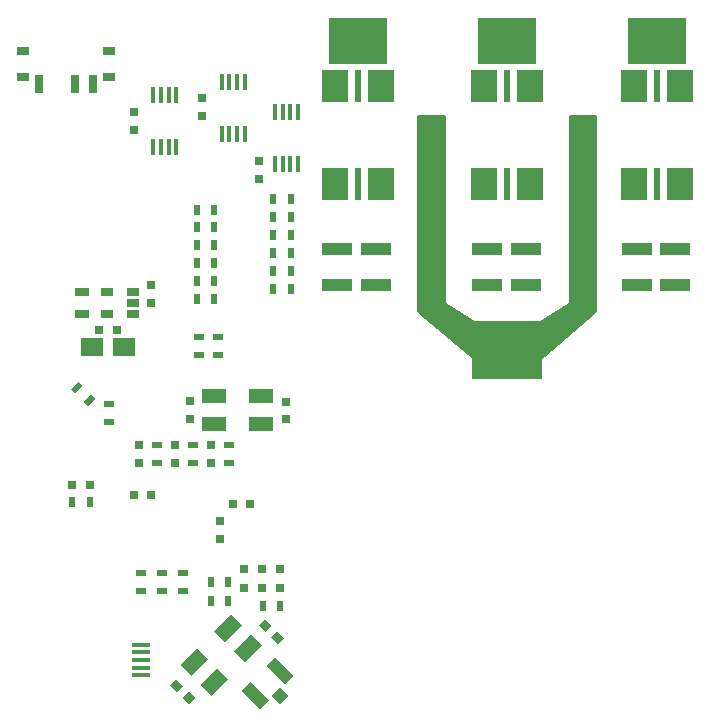
<source format=gbp>
%TF.GenerationSoftware,KiCad,Pcbnew,4.0.7*%
%TF.CreationDate,2018-05-14T12:30:51+08:00*%
%TF.ProjectId,VESC_6,564553435F362E6B696361645F706362,A*%
%TF.FileFunction,Paste,Bot*%
%FSLAX46Y46*%
G04 Gerber Fmt 4.6, Leading zero omitted, Abs format (unit mm)*
G04 Created by KiCad (PCBNEW 4.0.7) date 2018 May 14, Monday 12:30:51*
%MOMM*%
%LPD*%
G01*
G04 APERTURE LIST*
%ADD10C,0.100000*%
%ADD11R,0.750000X0.800000*%
%ADD12R,0.800000X0.750000*%
%ADD13R,2.000000X1.300000*%
%ADD14R,0.450000X1.450000*%
%ADD15R,1.300000X0.700000*%
%ADD16R,1.060000X0.650000*%
%ADD17R,0.800000X0.800000*%
%ADD18R,1.500000X0.450000*%
%ADD19R,5.000000X4.000000*%
%ADD20R,0.900000X0.500000*%
%ADD21R,0.500000X0.900000*%
%ADD22R,2.500000X1.000000*%
%ADD23R,1.950000X1.500000*%
%ADD24R,6.000000X5.000000*%
%ADD25R,0.700000X1.500000*%
%ADD26R,1.000000X0.800000*%
%ADD27R,0.600000X2.700000*%
%ADD28R,2.300000X2.700000*%
%ADD29C,0.254000*%
G04 APERTURE END LIST*
D10*
D11*
X136779000Y-69203000D03*
X136779000Y-67703000D03*
D12*
X136005000Y-96774000D03*
X134505000Y-96774000D03*
D13*
X136906000Y-89993320D03*
X132906000Y-89993320D03*
X132906000Y-87593320D03*
X136906000Y-87593320D03*
D10*
G36*
X131017571Y-111282611D02*
X130098332Y-110363372D01*
X131512545Y-108949159D01*
X132431784Y-109868398D01*
X131017571Y-111282611D01*
X131017571Y-111282611D01*
G37*
G36*
X133845998Y-108454184D02*
X132926759Y-107534945D01*
X134340972Y-106120732D01*
X135260211Y-107039971D01*
X133845998Y-108454184D01*
X133845998Y-108454184D01*
G37*
G36*
X135543055Y-110151241D02*
X134623816Y-109232002D01*
X136038029Y-107817789D01*
X136957268Y-108737028D01*
X135543055Y-110151241D01*
X135543055Y-110151241D01*
G37*
G36*
X132714628Y-112979668D02*
X131795389Y-112060429D01*
X133209602Y-110646216D01*
X134128841Y-111565455D01*
X132714628Y-112979668D01*
X132714628Y-112979668D01*
G37*
D14*
X138090000Y-63586000D03*
X138740000Y-63586000D03*
X139390000Y-63586000D03*
X140040000Y-63586000D03*
X140040000Y-67986000D03*
X139390000Y-67986000D03*
X138740000Y-67986000D03*
X138090000Y-67986000D03*
D15*
X121793000Y-78792000D03*
X121793000Y-80692000D03*
D16*
X126081000Y-78792000D03*
X126081000Y-79742000D03*
X126081000Y-80692000D03*
X123881000Y-80692000D03*
X123881000Y-78792000D03*
D17*
X138561300Y-102241700D03*
X138561300Y-103841700D03*
X137033000Y-102273200D03*
X137033000Y-103873200D03*
X135509000Y-102273200D03*
X135509000Y-103873200D03*
D14*
X135518800Y-65395200D03*
X134868800Y-65395200D03*
X134218800Y-65395200D03*
X133568800Y-65395200D03*
X133568800Y-60995200D03*
X134218800Y-60995200D03*
X134868800Y-60995200D03*
X135518800Y-60995200D03*
X129740300Y-66538200D03*
X129090300Y-66538200D03*
X128440300Y-66538200D03*
X127790300Y-66538200D03*
X127790300Y-62138200D03*
X128440300Y-62138200D03*
X129090300Y-62138200D03*
X129740300Y-62138200D03*
D18*
X126742000Y-109976000D03*
X126742000Y-110626000D03*
X126742000Y-109326000D03*
X126742000Y-111276000D03*
X126742000Y-108676000D03*
D10*
G36*
X137565191Y-113381693D02*
X136822728Y-114124156D01*
X135267093Y-112568521D01*
X136009556Y-111826058D01*
X137565191Y-113381693D01*
X137565191Y-113381693D01*
G37*
G36*
X139262246Y-113028140D02*
X138555140Y-113735246D01*
X137812678Y-112992784D01*
X138519784Y-112285678D01*
X139262246Y-113028140D01*
X139262246Y-113028140D01*
G37*
G36*
X139651156Y-111295728D02*
X138908693Y-112038191D01*
X137353058Y-110482556D01*
X138095521Y-109740093D01*
X139651156Y-111295728D01*
X139651156Y-111295728D01*
G37*
D19*
X145114500Y-57531000D03*
X157734000Y-57531000D03*
X170434000Y-57531000D03*
D12*
X122403300Y-95135700D03*
X120903300Y-95135700D03*
D11*
X138988800Y-88099200D03*
X138988800Y-89599200D03*
D12*
X127623000Y-96012000D03*
X126123000Y-96012000D03*
D11*
X133477000Y-98195000D03*
X133477000Y-99695000D03*
X130937000Y-89523000D03*
X130937000Y-88023000D03*
X127635000Y-78244000D03*
X127635000Y-79744000D03*
X132715000Y-91782200D03*
X132715000Y-93282200D03*
X129667000Y-91782200D03*
X129667000Y-93282200D03*
X131953000Y-62420500D03*
X131953000Y-63920500D03*
X126174500Y-63587500D03*
X126174500Y-65087500D03*
X126619000Y-91782200D03*
X126619000Y-93282200D03*
D10*
G36*
X131380338Y-113197008D02*
X130850008Y-113727338D01*
X130284322Y-113161652D01*
X130814652Y-112631322D01*
X131380338Y-113197008D01*
X131380338Y-113197008D01*
G37*
G36*
X130319678Y-112136348D02*
X129789348Y-112666678D01*
X129223662Y-112100992D01*
X129753992Y-111570662D01*
X130319678Y-112136348D01*
X130319678Y-112136348D01*
G37*
G36*
X136716662Y-107020992D02*
X137246992Y-106490662D01*
X137812678Y-107056348D01*
X137282348Y-107586678D01*
X136716662Y-107020992D01*
X136716662Y-107020992D01*
G37*
G36*
X137777322Y-108081652D02*
X138307652Y-107551322D01*
X138873338Y-108117008D01*
X138343008Y-108647338D01*
X137777322Y-108081652D01*
X137777322Y-108081652D01*
G37*
D12*
X123202000Y-82042000D03*
X124702000Y-82042000D03*
D20*
X130302000Y-104128000D03*
X130302000Y-102628000D03*
X128524000Y-102628000D03*
X128524000Y-104128000D03*
X126750300Y-102616000D03*
X126750300Y-104116000D03*
D21*
X122416000Y-96583500D03*
X120916000Y-96583500D03*
X137045000Y-105410000D03*
X138545000Y-105410000D03*
X132650800Y-104978200D03*
X134150800Y-104978200D03*
X132650800Y-103378000D03*
X134150800Y-103378000D03*
D20*
X133281000Y-84119000D03*
X133281000Y-82619000D03*
X131684800Y-84130200D03*
X131684800Y-82630200D03*
D21*
X131466500Y-71882000D03*
X132966500Y-71882000D03*
X131466500Y-73342500D03*
X132966500Y-73342500D03*
X131466500Y-74866500D03*
X132966500Y-74866500D03*
X131466500Y-76390500D03*
X132966500Y-76390500D03*
X131466500Y-77914500D03*
X132966500Y-77914500D03*
X131466500Y-79438500D03*
X132966500Y-79438500D03*
D20*
X124002800Y-88289700D03*
X124002800Y-89789700D03*
D10*
G36*
X122881805Y-87828409D02*
X122245409Y-88464805D01*
X121891855Y-88111251D01*
X122528251Y-87474855D01*
X122881805Y-87828409D01*
X122881805Y-87828409D01*
G37*
G36*
X121821145Y-86767749D02*
X121184749Y-87404145D01*
X120831195Y-87050591D01*
X121467591Y-86414195D01*
X121821145Y-86767749D01*
X121821145Y-86767749D01*
G37*
D22*
X143383000Y-78208000D03*
X143383000Y-75208000D03*
X146685000Y-78208000D03*
X146685000Y-75208000D03*
X159385000Y-78208000D03*
X159385000Y-75208000D03*
X156083000Y-78208000D03*
X156083000Y-75208000D03*
X168783000Y-78208000D03*
X168783000Y-75208000D03*
X171958000Y-78208000D03*
X171958000Y-75208000D03*
D23*
X122599000Y-83439000D03*
X125349000Y-83439000D03*
D21*
X139422000Y-70929500D03*
X137922000Y-70929500D03*
X139421300Y-72466200D03*
X137921300Y-72466200D03*
X139434000Y-73977500D03*
X137934000Y-73977500D03*
X139434000Y-75501500D03*
X137934000Y-75501500D03*
X139434000Y-77025500D03*
X137934000Y-77025500D03*
X139434000Y-78549500D03*
X137934000Y-78549500D03*
D20*
X134239000Y-93282200D03*
X134239000Y-91782200D03*
X131191000Y-93282200D03*
X131191000Y-91782200D03*
X128143000Y-93282200D03*
X128143000Y-91782200D03*
D24*
X157734000Y-83693000D03*
D25*
X118146000Y-61242000D03*
X121146000Y-61242000D03*
X122646000Y-61242000D03*
D26*
X116746000Y-58392000D03*
X124046000Y-58392000D03*
X124046000Y-60592000D03*
X116746000Y-60592000D03*
D27*
X145116000Y-69682000D03*
X145116000Y-61382000D03*
D28*
X143166000Y-69682000D03*
X147066000Y-61382000D03*
X147066000Y-69682000D03*
X143166000Y-61382000D03*
D27*
X170434000Y-69682000D03*
X170434000Y-61382000D03*
D28*
X168484000Y-69682000D03*
X172384000Y-61382000D03*
X172384000Y-69682000D03*
X168484000Y-61382000D03*
D27*
X157734000Y-69682000D03*
X157734000Y-61382000D03*
D28*
X155784000Y-69682000D03*
X159684000Y-61382000D03*
X159684000Y-69682000D03*
X155784000Y-61382000D03*
D29*
G36*
X152400000Y-79756000D02*
X152410006Y-79805410D01*
X152438447Y-79847035D01*
X152460635Y-79864280D01*
X156287887Y-82210015D01*
X154910398Y-84391039D01*
X150241000Y-80458915D01*
X150241000Y-63881000D01*
X152400000Y-63881000D01*
X152400000Y-79756000D01*
X152400000Y-79756000D01*
G37*
X152400000Y-79756000D02*
X152410006Y-79805410D01*
X152438447Y-79847035D01*
X152460635Y-79864280D01*
X156287887Y-82210015D01*
X154910398Y-84391039D01*
X150241000Y-80458915D01*
X150241000Y-63881000D01*
X152400000Y-63881000D01*
X152400000Y-79756000D01*
G36*
X165227000Y-80459271D02*
X160305854Y-84642245D01*
X158923953Y-82339077D01*
X163006824Y-79864610D01*
X163043894Y-79830444D01*
X163064750Y-79784547D01*
X163068000Y-79756000D01*
X163068000Y-63881000D01*
X165227000Y-63881000D01*
X165227000Y-80459271D01*
X165227000Y-80459271D01*
G37*
X165227000Y-80459271D02*
X160305854Y-84642245D01*
X158923953Y-82339077D01*
X163006824Y-79864610D01*
X163043894Y-79830444D01*
X163064750Y-79784547D01*
X163068000Y-79756000D01*
X163068000Y-63881000D01*
X165227000Y-63881000D01*
X165227000Y-80459271D01*
M02*

</source>
